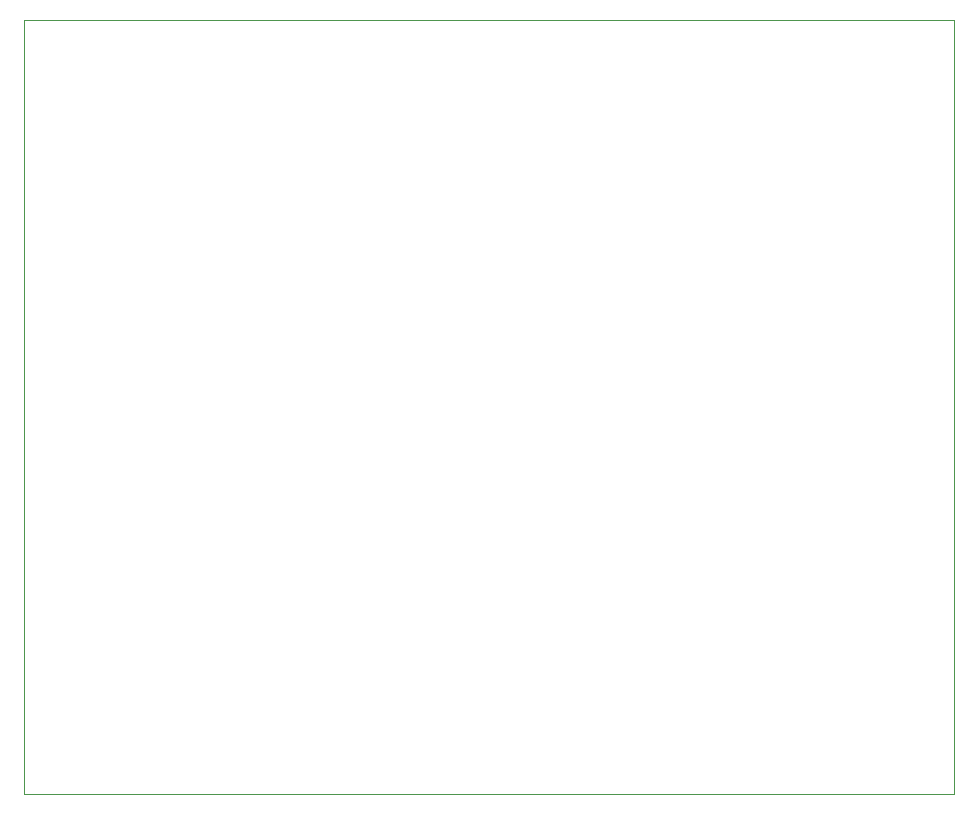
<source format=gbr>
%TF.GenerationSoftware,KiCad,Pcbnew,7.99.0-2684-g11de95778b*%
%TF.CreationDate,2023-11-20T14:54:01-05:00*%
%TF.ProjectId,ADC_MCPV01,4144435f-4d43-4505-9630-312e6b696361,rev?*%
%TF.SameCoordinates,Original*%
%TF.FileFunction,Profile,NP*%
%FSLAX46Y46*%
G04 Gerber Fmt 4.6, Leading zero omitted, Abs format (unit mm)*
G04 Created by KiCad (PCBNEW 7.99.0-2684-g11de95778b) date 2023-11-20 14:54:01*
%MOMM*%
%LPD*%
G01*
G04 APERTURE LIST*
%TA.AperFunction,Profile*%
%ADD10C,0.100000*%
%TD*%
G04 APERTURE END LIST*
D10*
X98044000Y-24892000D02*
X176784000Y-24892000D01*
X176784000Y-90424000D01*
X98044000Y-90424000D01*
X98044000Y-24892000D01*
M02*

</source>
